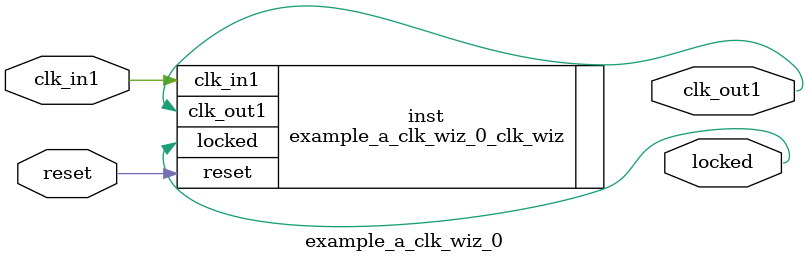
<source format=v>


`timescale 1ps/1ps

(* CORE_GENERATION_INFO = "example_a_clk_wiz_0,clk_wiz_v6_0_13_0_0,{component_name=example_a_clk_wiz_0,use_phase_alignment=true,use_min_o_jitter=false,use_max_i_jitter=false,use_dyn_phase_shift=false,use_inclk_switchover=false,use_dyn_reconfig=false,enable_axi=0,feedback_source=FDBK_AUTO,PRIMITIVE=MMCM,num_out_clk=1,clkin1_period=10.000,clkin2_period=10.000,use_power_down=false,use_reset=true,use_locked=true,use_inclk_stopped=false,feedback_type=SINGLE,CLOCK_MGR_TYPE=NA,manual_override=false}" *)

module example_a_clk_wiz_0 
 (
  // Clock out ports
  output        clk_out1,
  // Status and control signals
  input         reset,
  output        locked,
 // Clock in ports
  input         clk_in1
 );

  example_a_clk_wiz_0_clk_wiz inst
  (
  // Clock out ports  
  .clk_out1(clk_out1),
  // Status and control signals               
  .reset(reset), 
  .locked(locked),
 // Clock in ports
  .clk_in1(clk_in1)
  );

endmodule

</source>
